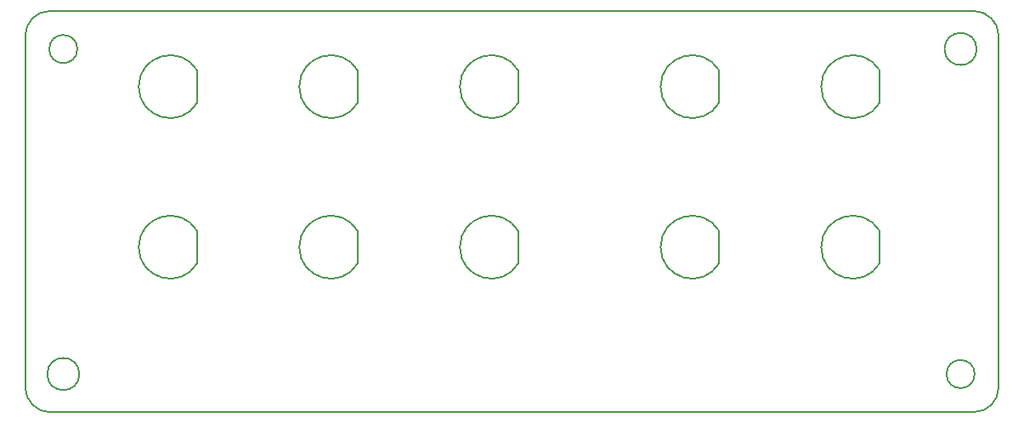
<source format=gko>
G04 #@! TF.FileFunction,Profile,NP*
%FSLAX46Y46*%
G04 Gerber Fmt 4.6, Leading zero omitted, Abs format (unit mm)*
G04 Created by KiCad (PCBNEW no-bzr-kicad_new3d-viewer) date 06/27/16 23:32:51*
%MOMM*%
%LPD*%
G01*
G04 APERTURE LIST*
%ADD10C,0.100000*%
%ADD11C,0.150000*%
G04 APERTURE END LIST*
D10*
D11*
X38856034Y-73494890D02*
G75*
G03X38856034Y-73494890I-1600000J0D01*
G01*
X35956034Y-77294890D02*
G75*
G02X33456034Y-74794890I0J2500000D01*
G01*
X128056034Y-73494890D02*
G75*
G03X128056034Y-73494890I-1400000J0D01*
G01*
X130456034Y-74794890D02*
G75*
G02X127956034Y-77294890I-2500000J0D01*
G01*
X128256034Y-41094890D02*
G75*
G03X128256034Y-41094890I-1600000J0D01*
G01*
X127956034Y-37294890D02*
G75*
G02X130456034Y-39794890I0J-2500000D01*
G01*
X33456034Y-39794890D02*
G75*
G02X35956034Y-37294890I2500000J0D01*
G01*
X38656034Y-41094890D02*
G75*
G03X38656034Y-41094890I-1400000J0D01*
G01*
X33456034Y-39794890D02*
X33456034Y-74794890D01*
X130456034Y-74794890D02*
X130456034Y-39794890D01*
X127956034Y-77294890D02*
X35956034Y-77294890D01*
X127956034Y-37294890D02*
X35956034Y-37294890D01*
X50615123Y-62429452D02*
G75*
G02X50606034Y-59244890I-2709089J1584562D01*
G01*
X50606034Y-59244890D02*
X50606034Y-62444890D01*
X66615123Y-62429452D02*
G75*
G02X66606034Y-59244890I-2709089J1584562D01*
G01*
X66606034Y-59244890D02*
X66606034Y-62444890D01*
X82615123Y-62429452D02*
G75*
G02X82606034Y-59244890I-2709089J1584562D01*
G01*
X82606034Y-59244890D02*
X82606034Y-62444890D01*
X102615123Y-62429452D02*
G75*
G02X102606034Y-59244890I-2709089J1584562D01*
G01*
X102606034Y-59244890D02*
X102606034Y-62444890D01*
X118615123Y-62429452D02*
G75*
G02X118606034Y-59244890I-2709089J1584562D01*
G01*
X118606034Y-59244890D02*
X118606034Y-62444890D01*
X50615123Y-46429452D02*
G75*
G02X50606034Y-43244890I-2709089J1584562D01*
G01*
X50606034Y-43244890D02*
X50606034Y-46444890D01*
X66615123Y-46429452D02*
G75*
G02X66606034Y-43244890I-2709089J1584562D01*
G01*
X66606034Y-43244890D02*
X66606034Y-46444890D01*
X82615123Y-46429452D02*
G75*
G02X82606034Y-43244890I-2709089J1584562D01*
G01*
X82606034Y-43244890D02*
X82606034Y-46444890D01*
X102615123Y-46429452D02*
G75*
G02X102606034Y-43244890I-2709089J1584562D01*
G01*
X102606034Y-43244890D02*
X102606034Y-46444890D01*
X118615123Y-46429452D02*
G75*
G02X118606034Y-43244890I-2709089J1584562D01*
G01*
X118606034Y-43244890D02*
X118606034Y-46444890D01*
M02*

</source>
